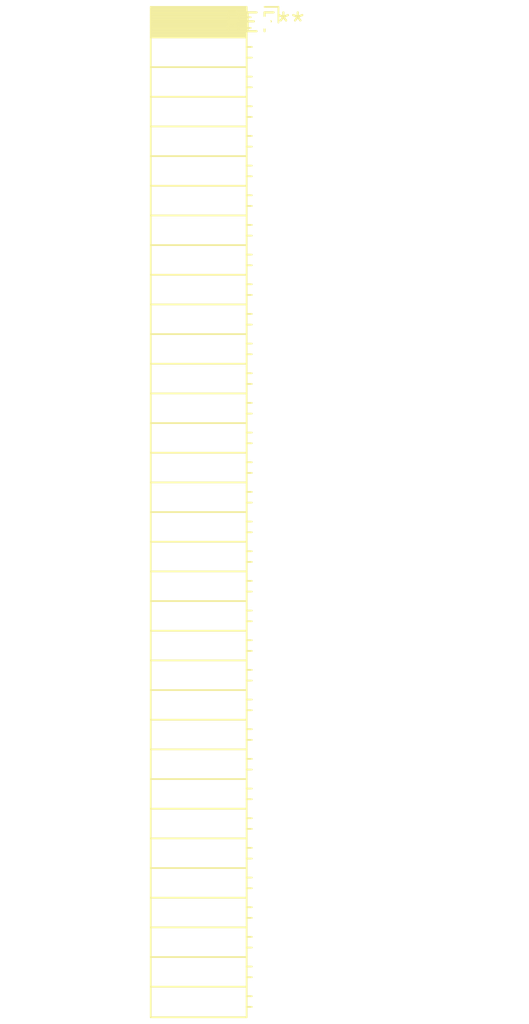
<source format=kicad_pcb>
(kicad_pcb (version 20240108) (generator pcbnew)
  (layers (0 "F.Cu" signal) (31 "B.Cu" signal) (34 "B.Paste" user) (35 "F.Paste" user) (36 "B.SilkS" user "B.Silkscreen") (37 "F.SilkS" user "F.Silkscreen") (38 "B.Mask" user) (39 "F.Mask" user) (44 "Edge.Cuts" user))
  (net 0 "")
  (footprint "PinSocket_1x34_P2.00mm_Horizontal" (layer "F.Cu") (at 0 0)
    (property "Reference" "REF**")
    (property "Value" "PinSocket_1x34_P2.00mm_Horizontal")
    (fp_line (start -7.68 -1.06) (end -7.68 67.06) (layer "F.SilkS") (stroke (width 0.12)))
    (fp_line (start -7.68 -1.06) (end -1.21 -1.06) (layer "F.SilkS") (stroke (width 0.12)))
    (fp_line (start -7.68 -0.94) (end -1.21 -0.94) (layer "F.SilkS") (stroke (width 0.12)))
    (fp_line (start -7.68 -0.825882) (end -1.21 -0.825882) (layer "F.SilkS") (stroke (width 0.12)))
    (fp_line (start -7.68 -0.711764) (end -1.21 -0.711764) (layer "F.SilkS") (stroke (width 0.12)))
    (fp_line (start -7.68 -0.597646) (end -1.21 -0.597646) (layer "F.SilkS") (stroke (width 0.12)))
    (fp_line (start -7.68 -0.483528) (end -1.21 -0.483528) (layer "F.SilkS") (stroke (width 0.12)))
    (fp_line (start -7.68 -0.36941) (end -1.21 -0.36941) (layer "F.SilkS") (stroke (width 0.12)))
    (fp_line (start -7.68 -0.255292) (end -1.21 -0.255292) (layer "F.SilkS") (stroke (width 0.12)))
    (fp_line (start -7.68 -0.141174) (end -1.21 -0.141174) (layer "F.SilkS") (stroke (width 0.12)))
    (fp_line (start -7.68 -0.027056) (end -1.21 -0.027056) (layer "F.SilkS") (stroke (width 0.12)))
    (fp_line (start -7.68 0.087062) (end -1.21 0.087062) (layer "F.SilkS") (stroke (width 0.12)))
    (fp_line (start -7.68 0.20118) (end -1.21 0.20118) (layer "F.SilkS") (stroke (width 0.12)))
    (fp_line (start -7.68 0.315298) (end -1.21 0.315298) (layer "F.SilkS") (stroke (width 0.12)))
    (fp_line (start -7.68 0.429416) (end -1.21 0.429416) (layer "F.SilkS") (stroke (width 0.12)))
    (fp_line (start -7.68 0.543534) (end -1.21 0.543534) (layer "F.SilkS") (stroke (width 0.12)))
    (fp_line (start -7.68 0.657652) (end -1.21 0.657652) (layer "F.SilkS") (stroke (width 0.12)))
    (fp_line (start -7.68 0.77177) (end -1.21 0.77177) (layer "F.SilkS") (stroke (width 0.12)))
    (fp_line (start -7.68 0.885888) (end -1.21 0.885888) (layer "F.SilkS") (stroke (width 0.12)))
    (fp_line (start -7.68 1) (end -1.21 1) (layer "F.SilkS") (stroke (width 0.12)))
    (fp_line (start -7.68 3) (end -1.21 3) (layer "F.SilkS") (stroke (width 0.12)))
    (fp_line (start -7.68 5) (end -1.21 5) (layer "F.SilkS") (stroke (width 0.12)))
    (fp_line (start -7.68 7) (end -1.21 7) (layer "F.SilkS") (stroke (width 0.12)))
    (fp_line (start -7.68 9) (end -1.21 9) (layer "F.SilkS") (stroke (width 0.12)))
    (fp_line (start -7.68 11) (end -1.21 11) (layer "F.SilkS") (stroke (width 0.12)))
    (fp_line (start -7.68 13) (end -1.21 13) (layer "F.SilkS") (stroke (width 0.12)))
    (fp_line (start -7.68 15) (end -1.21 15) (layer "F.SilkS") (stroke (width 0.12)))
    (fp_line (start -7.68 17) (end -1.21 17) (layer "F.SilkS") (stroke (width 0.12)))
    (fp_line (start -7.68 19) (end -1.21 19) (layer "F.SilkS") (stroke (width 0.12)))
    (fp_line (start -7.68 21) (end -1.21 21) (layer "F.SilkS") (stroke (width 0.12)))
    (fp_line (start -7.68 23) (end -1.21 23) (layer "F.SilkS") (stroke (width 0.12)))
    (fp_line (start -7.68 25) (end -1.21 25) (layer "F.SilkS") (stroke (width 0.12)))
    (fp_line (start -7.68 27) (end -1.21 27) (layer "F.SilkS") (stroke (width 0.12)))
    (fp_line (start -7.68 29) (end -1.21 29) (layer "F.SilkS") (stroke (width 0.12)))
    (fp_line (start -7.68 31) (end -1.21 31) (layer "F.SilkS") (stroke (width 0.12)))
    (fp_line (start -7.68 33) (end -1.21 33) (layer "F.SilkS") (stroke (width 0.12)))
    (fp_line (start -7.68 35) (end -1.21 35) (layer "F.SilkS") (stroke (width 0.12)))
    (fp_line (start -7.68 37) (end -1.21 37) (layer "F.SilkS") (stroke (width 0.12)))
    (fp_line (start -7.68 39) (end -1.21 39) (layer "F.SilkS") (stroke (width 0.12)))
    (fp_line (start -7.68 41) (end -1.21 41) (layer "F.SilkS") (stroke (width 0.12)))
    (fp_line (start -7.68 43) (end -1.21 43) (layer "F.SilkS") (stroke (width 0.12)))
    (fp_line (start -7.68 45) (end -1.21 45) (layer "F.SilkS") (stroke (width 0.12)))
    (fp_line (start -7.68 47) (end -1.21 47) (layer "F.SilkS") (stroke (width 0.12)))
    (fp_line (start -7.68 49) (end -1.21 49) (layer "F.SilkS") (stroke (width 0.12)))
    (fp_line (start -7.68 51) (end -1.21 51) (layer "F.SilkS") (stroke (width 0.12)))
    (fp_line (start -7.68 53) (end -1.21 53) (layer "F.SilkS") (stroke (width 0.12)))
    (fp_line (start -7.68 55) (end -1.21 55) (layer "F.SilkS") (stroke (width 0.12)))
    (fp_line (start -7.68 57) (end -1.21 57) (layer "F.SilkS") (stroke (width 0.12)))
    (fp_line (start -7.68 59) (end -1.21 59) (layer "F.SilkS") (stroke (width 0.12)))
    (fp_line (start -7.68 61) (end -1.21 61) (layer "F.SilkS") (stroke (width 0.12)))
    (fp_line (start -7.68 63) (end -1.21 63) (layer "F.SilkS") (stroke (width 0.12)))
    (fp_line (start -7.68 65) (end -1.21 65) (layer "F.SilkS") (stroke (width 0.12)))
    (fp_line (start -7.68 67.06) (end -1.21 67.06) (layer "F.SilkS") (stroke (width 0.12)))
    (fp_line (start -1.21 -1.06) (end -1.21 67.06) (layer "F.SilkS") (stroke (width 0.12)))
    (fp_line (start -1.21 -0.36) (end -0.935 -0.36) (layer "F.SilkS") (stroke (width 0.12)))
    (fp_line (start -1.21 0.36) (end -0.935 0.36) (layer "F.SilkS") (stroke (width 0.12)))
    (fp_line (start -1.21 1.64) (end -0.862917 1.64) (layer "F.SilkS") (stroke (width 0.12)))
    (fp_line (start -1.21 2.36) (end -0.862917 2.36) (layer "F.SilkS") (stroke (width 0.12)))
    (fp_line (start -1.21 3.64) (end -0.862917 3.64) (layer "F.SilkS") (stroke (width 0.12)))
    (fp_line (start -1.21 4.36) (end -0.862917 4.36) (layer "F.SilkS") (stroke (width 0.12)))
    (fp_line (start -1.21 5.64) (end -0.862917 5.64) (layer "F.SilkS") (stroke (width 0.12)))
    (fp_line (start -1.21 6.36) (end -0.862917 6.36) (layer "F.SilkS") (stroke (width 0.12)))
    (fp_line (start -1.21 7.64) (end -0.862917 7.64) (layer "F.SilkS") (stroke (width 0.12)))
    (fp_line (start -1.21 8.36) (end -0.862917 8.36) (layer "F.SilkS") (stroke (width 0.12)))
    (fp_line (start -1.21 9.64) (end -0.862917 9.64) (layer "F.SilkS") (stroke (width 0.12)))
    (fp_line (start -1.21 10.36) (end -0.862917 10.36) (layer "F.SilkS") (stroke (width 0.12)))
    (fp_line (start -1.21 11.64) (end -0.862917 11.64) (layer "F.SilkS") (stroke (width 0.12)))
    (fp_line (start -1.21 12.36) (end -0.862917 12.36) (layer "F.SilkS") (stroke (width 0.12)))
    (fp_line (start -1.21 13.64) (end -0.862917 13.64) (layer "F.SilkS") (stroke (width 0.12)))
    (fp_line (start -1.21 14.36) (end -0.862917 14.36) (layer "F.SilkS") (stroke (width 0.12)))
    (fp_line (start -1.21 15.64) (end -0.862917 15.64) (layer "F.SilkS") (stroke (width 0.12)))
    (fp_line (start -1.21 16.36) (end -0.862917 16.36) (layer "F.SilkS") (stroke (width 0.12)))
    (fp_line (start -1.21 17.64) (end -0.862917 17.64) (layer "F.SilkS") (stroke (width 0.12)))
    (fp_line (start -1.21 18.36) (end -0.862917 18.36) (layer "F.SilkS") (stroke (width 0.12)))
    (fp_line (start -1.21 19.64) (end -0.862917 19.64) (layer "F.SilkS") (stroke (width 0.12)))
    (fp_line (start -1.21 20.36) (end -0.862917 20.36) (layer "F.SilkS") (stroke (width 0.12)))
    (fp_line (start -1.21 21.64) (end -0.862917 21.64) (layer "F.SilkS") (stroke (width 0.12)))
    (fp_line (start -1.21 22.36) (end -0.862917 22.36) (layer "F.SilkS") (stroke (width 0.12)))
    (fp_line (start -1.21 23.64) (end -0.862917 23.64) (layer "F.SilkS") (stroke (width 0.12)))
    (fp_line (start -1.21 24.36) (end -0.862917 24.36) (layer "F.SilkS") (stroke (width 0.12)))
    (fp_line (start -1.21 25.64) (end -0.862917 25.64) (layer "F.SilkS") (stroke (width 0.12)))
    (fp_line (start -1.21 26.36) (end -0.862917 26.36) (layer "F.SilkS") (stroke (width 0.12)))
    (fp_line (start -1.21 27.64) (end -0.862917 27.64) (layer "F.SilkS") (stroke (width 0.12)))
    (fp_line (start -1.21 28.36) (end -0.862917 28.36) (layer "F.SilkS") (stroke (width 0.12)))
    (fp_line (start -1.21 29.64) (end -0.862917 29.64) (layer "F.SilkS") (stroke (width 0.12)))
    (fp_line (start -1.21 30.36) (end -0.862917 30.36) (layer "F.SilkS") (stroke (width 0.12)))
    (fp_line (start -1.21 31.64) (end -0.862917 31.64) (layer "F.SilkS") (stroke (width 0.12)))
    (fp_line (start -1.21 32.36) (end -0.862917 32.36) (layer "F.SilkS") (stroke (width 0.12)))
    (fp_line (start -1.21 33.64) (end -0.862917 33.64) (layer "F.SilkS") (stroke (width 0.12)))
    (fp_line (start -1.21 34.36) (end -0.862917 34.36) (layer "F.SilkS") (stroke (width 0.12)))
    (fp_line (start -1.21 35.64) (end -0.862917 35.64) (layer "F.SilkS") (stroke (width 0.12)))
    (fp_line (start -1.21 36.36) (end -0.862917 36.36) (layer "F.SilkS") (stroke (width 0.12)))
    (fp_line (start -1.21 37.64) (end -0.862917 37.64) (layer "F.SilkS") (stroke (width 0.12)))
    (fp_line (start -1.21 38.36) (end -0.862917 38.36) (layer "F.SilkS") (stroke (width 0.12)))
    (fp_line (start -1.21 39.64) (end -0.862917 39.64) (layer "F.SilkS") (stroke (width 0.12)))
    (fp_line (start -1.21 40.36) (end -0.862917 40.36) (layer "F.SilkS") (stroke (width 0.12)))
    (fp_line (start -1.21 41.64) (end -0.862917 41.64) (layer "F.SilkS") (stroke (width 0.12)))
    (fp_line (start -1.21 42.36) (end -0.862917 42.36) (layer "F.SilkS") (stroke (width 0.12)))
    (fp_line (start -1.21 43.64) (end -0.862917 43.64) (layer "F.SilkS") (stroke (width 0.12)))
    (fp_line (start -1.21 44.36) (end -0.862917 44.36) (layer "F.SilkS") (stroke (width 0.12)))
    (fp_line (start -1.21 45.64) (end -0.862917 45.64) (layer "F.SilkS") (stroke (width 0.12)))
    (fp_line (start -1.21 46.36) (end -0.862917 46.36) (layer "F.SilkS") (stroke (width 0.12)))
    (fp_line (start -1.21 47.64) (end -0.862917 47.64) (layer "F.SilkS") (stroke (width 0.12)))
    (fp_line (start -1.21 48.36) (end -0.862917 48.36) (layer "F.SilkS") (stroke (width 0.12)))
    (fp_line (start -1.21 49.64) (end -0.862917 49.64) (layer "F.SilkS") (stroke (width 0.12)))
    (fp_line (start -1.21 50.36) (end -0.862917 50.36) (layer "F.SilkS") (stroke (width 0.12)))
    (fp_line (start -1.21 51.64) (end -0.862917 51.64) (layer "F.SilkS") (stroke (width 0.12)))
    (fp_line (start -1.21 52.36) (end -0.862917 52.36) (layer "F.SilkS") (stroke (width 0.12)))
    (fp_line (start -1.21 53.64) (end -0.862917 53.64) (layer "F.SilkS") (stroke (width 0.12)))
    (fp_line (start -1.21 54.36) (end -0.862917 54.36) (layer "F.SilkS") (stroke (width 0.12)))
    (fp_line (start -1.21 55.64) (end -0.862917 55.64) (layer "F.SilkS") (stroke (width 0.12)))
    (fp_line (start -1.21 56.36) (end -0.862917 56.36) (layer "F.SilkS") (stroke (width 0.12)))
    (fp_line (start -1.21 57.64) (end -0.862917 57.64) (layer "F.SilkS") (stroke (width 0.12)))
    (fp_line (start -1.21 58.36) (end -0.862917 58.36) (layer "F.SilkS") (stroke (width 0.12)))
    (fp_line (start -1.21 59.64) (end -0.862917 59.64) (layer "F.SilkS") (stroke (width 0.12)))
    (fp_line (start -1.21 60.36) (end -0.862917 60.36) (layer "F.SilkS") (stroke (width 0.12)))
    (fp_line (start -1.21 61.64) (end -0.862917 61.64) (layer "F.SilkS") (stroke (width 0.12)))
    (fp_line (start -1.21 62.36) (end -0.862917 62.36) (layer "F.SilkS") (stroke (width 0.12)))
    (fp_line (start -1.21 63.64) (end -0.862917 63.64) (layer "F.SilkS") (stroke (width 0.12)))
    (fp_line (start -1.21 64.36) (end -0.862917 64.36) (layer "F.SilkS") (stroke (width 0.12)))
    (fp_line (start -1.21 65.64) (end -0.862917 65.64) (layer "F.SilkS") (stroke (width 0.12)))
    (fp_line (start -1.21 66.36) (end -0.862917 66.36) (layer "F.SilkS") (stroke (width 0.12)))
    (fp_line (start 0 -1.06) (end 0.935 -1.06) (layer "F.SilkS") (stroke (width 0.12)))
    (fp_line (start 0.935 -1.06) (end 0.935 0) (layer "F.SilkS") (stroke (width 0.12)))
    (pad "1" thru_hole rect (at 0 0) (size 1.35 1.35) (drill 0.8) (layers *.Cu *.Mask) (remove_unused_layers))
    (pad "2" thru_hole oval (at 0 2) (size 1.35 1.35) (drill 0.8) (layers *.Cu *.Mask) (remove_unused_layers))
    (pad "3" thru_hole oval (at 0 4) (size 1.35 1.35) (drill 0.8) (layers *.Cu *.Mask) (remove_unused_layers))
    (pad "4" thru_hole oval (at 0 6) (size 1.35 1.35) (drill 0.8) (layers *.Cu *.Mask) (remove_unused_layers))
    (pad "5" thru_hole oval (at 0 8) (size 1.35 1.35) (drill 0.8) (layers *.Cu *.Mask) (remove_unused_layers))
    (pad "6" thru_hole oval (at 0 10) (size 1.35 1.35) (drill 0.8) (layers *.Cu *.Mask) (remove_unused_layers))
    (pad "7" thru_hole oval (at 0 12) (size 1.35 1.35) (drill 0.8) (layers *.Cu *.Mask) (remove_unused_layers))
    (pad "8" thru_hole oval (at 0 14) (size 1.35 1.35) (drill 0.8) (layers *.Cu *.Mask) (remove_unused_layers))
    (pad "9" thru_hole oval (at 0 16) (size 1.35 1.35) (drill 0.8) (layers *.Cu *.Mask) (remove_unused_layers))
    (pad "10" thru_hole oval (at 0 18) (size 1.35 1.35) (drill 0.8) (layers *.Cu *.Mask) (remove_unused_layers))
    (pad "11" thru_hole oval (at 0 20) (size 1.35 1.35) (drill 0.8) (layers *.Cu *.Mask) (remove_unused_layers))
    (pad "12" thru_hole oval (at 0 22) (size 1.35 1.35) (drill 0.8) (layers *.Cu *.Mask) (remove_unused_layers))
    (pad "13" thru_hole oval (at 0 24) (size 1.35 1.35) (drill 0.8) (layers *.Cu *.Mask) (remove_unused_layers))
    (pad "14" thru_hole oval (at 0 26) (size 1.35 1.35) (drill 0.8) (layers *.Cu *.Mask) (remove_unused_layers))
    (pad "15" thru_hole oval (at 0 28) (size 1.35 1.35) (drill 0.8) (layers *.Cu *.Mask) (remove_unused_layers))
    (pad "16" thru_hole oval (at 0 30) (size 1.35 1.35) (drill 0.8) (layers *.Cu *.Mask) (remove_unused_layers))
    (pad "17" thru_hole oval (at 0 32) (size 1.35 1.35) (drill 0.8) (layers *.Cu *.Mask) (remove_unused_layers))
    (pad "18" thru_hole oval (at 0 34) (size 1.35 1.35) (drill 0.8) (layers *.Cu *.Mask) (remove_unused_layers))
    (pad "19" thru_hole oval (at 0 36) (size 1.35 1.35) (drill 0.8) (layers *.Cu *.Mask) (remove_unused_layers))
    (pad "20" thru_hole oval (at 0 38) (size 1.35 1.35) (drill 0.8) (layers *.Cu *.Mask) (remove_unused_layers))
    (pad "21" thru_hole oval (at 0 40) (size 1.35 1.35) (drill 0.8) (layers *.Cu *.Mask) (remove_unused_layers))
    (pad "22" thru_hole oval (at 0 42) (size 1.35 1.35) (drill 0.8) (layers *.Cu *.Mask) (remove_unused_layers))
    (pad "23" thru_hole oval (at 0 44) (size 1.35 1.35) (drill 0.8) (layers *.Cu *.Mask) (remove_unused_layers))
    (pad "24" thru_hole oval (at 0 46) (size 1.35 1.35) (drill 0.8) (layers *.Cu *.Mask) (remove_unused_layers))
    (pad "25" thru_hole oval (at 0 48) (size 1.35 1.35) (drill 0.8) (layers *.Cu *.Mask) (remove_unused_layers))
    (pad "26" thru_hole oval (at 0 50) (size 1.35 1.35) (drill 0.8) (layers *.Cu *.Mask) (remove_unused_layers))
    (pad "27" thru_hole oval (at 0 52) (size 1.35 1.35) (drill 0.8) (layers *.Cu *.Mask) (remove_unused_layers))
    (pad "28" thru_hole oval (at 0 54) (size 1.35 1.35) (drill 0.8) (layers *.Cu *.Mask) (remove_unused_layers))
    (pad "29" thru_hole oval (at 0 56) (size 1.35 1.35) (drill 0.8) (layers *.Cu *.Mask) (remove_unused_layers))
    (pad "30" thru_hole oval (at 0 58) (size 1.35 1.35) (drill 0.8) (layers *.Cu *.Mask) (remove_unused_layers))
    (pad "31" thru_hole oval (at 0 60) (size 1.35 1.35) (drill 0.8) (layers *.Cu *.Mask) (remove_unused_layers))
    (pad "32" thru_hole oval (at 0 62) (size 1.35 1.35) (drill 0.8) (layers *.Cu *.Mask) (remove_unused_layers))
    (pad "33" thru_hole oval (at 0 64) (size 1.35 1.35) (drill 0.8) (layers *.Cu *.Mask) (remove_unused_layers))
    (pad "34" thru_hole oval (at 0 66) (size 1.35 1.35) (drill 0.8) (layers *.Cu *.Mask) (remove_unused_layers))
  )
)
</source>
